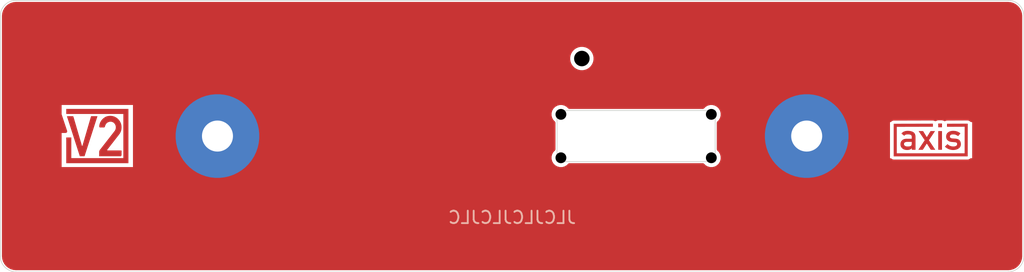
<source format=kicad_pcb>
(kicad_pcb (version 20241229) (generator "pcbnew") (generator_version "9.0")
  (title_block (date "2023-01-09") (rev "1"))
  (layers (0 "F.Cu" signal "Front") (2 "B.Cu" signal "Back") (13 "F.Paste" user) (15 "B.Paste" user) (5 "F.SilkS" user "F.Silkscreen") (7 "B.SilkS" user "B.Silkscreen") (1 "F.Mask" user) (3 "B.Mask" user) (25 "Edge.Cuts" user))
  (property "Order-Number" "JLCJLCJLCJLC")
  (net 0 "")
  (net 1 "GND")
  (footprint "V2_Artwork:Board_axis_Small" (layer "F.Cu") (at 177 106.5)
    (property "Reference" "ICON2" (hide yes))
    (property "Value" "Board_axis" (hide yes))
    (fp_poly (pts (xy 0.725776 -0.817019) (xy 0.482957 -0.817019) (xy 0.482957 -1.060346) (xy 0.725776 -1.060346)) (fill yes) (layer "F.Cu"))
    (fp_poly (pts (xy 0.725776 0.635139) (xy 0.482957 0.635139) (xy 0.482957 -0.571738) (xy 0.725776 -0.571738)) (fill yes) (layer "F.Cu"))
    (fp_poly (pts (xy -0.253336 -0.181163) (xy -0.012577 -0.571738) (xy 0.278063 -0.571738) (xy -0.117291 0.018812) (xy 0.294554 0.635139) (xy 0.005149 0.635139) (xy -0.253336 0.232847) (xy -0.510173 0.635139) (xy -0.800815 0.635139) (xy -0.388144 0.018812) (xy -0.7835 -0.571738) (xy -0.492858 -0.571738)) (fill yes) (layer "F.Cu"))
    (fp_poly (pts (xy 2.38499 1.060346) (xy -2.38821 1.060346) (xy -2.38821 -1.042895) (xy 0.140308 -1.048897) (xy 0.140803 -0.850577) (xy -2.189822 -0.845075) (xy -2.189822 0.861776) (xy 2.18685 0.861776) (xy 2.189575 -0.851327) (xy 1.049277 -0.846576) (xy 1.048533 -1.044895) (xy 2.38821 -1.050397)) (fill yes) (layer "F.Cu"))
    (fp_poly (pts (xy -1.455012 -0.586911) (xy -1.427639 -0.586146) (xy -1.400981 -0.584675) (xy -1.375038 -0.582497) (xy -1.349809 -0.579612) (xy -1.325296 -0.576019) (xy -1.301498 -0.571719) (xy -1.278415 -0.566709) (xy -1.256047 -0.56099) (xy -1.234393 -0.55456) (xy -1.213455 -0.547421) (xy -1.193232 -0.53957) (xy -1.173724 -0.531007) (xy -1.154931 -0.521732) (xy -1.136853 -0.511744) (xy -1.119489 -0.501043) (xy -1.103006 -0.489184) (xy -1.087565 -0.476309) (xy -1.073169 -0.462417) (xy -1.059815 -0.44751) (xy -1.047506 -0.431586) (xy -1.036239 -0.414647) (xy -1.026017 -0.396691) (xy -1.016838 -0.377719) (xy -1.008702 -0.357731) (xy -1.00161 -0.336727) (xy -0.995561 -0.314707) (xy -0.990556 -0.291671) (xy -0.986595 -0.267619) (xy -0.983677 -0.24255) (xy -0.981802 -0.216466) (xy -0.980971 -0.189366) (xy -0.980971 0.635139) (xy -1.224204 0.635139) (xy -1.224204 0.528122) (xy -1.228739 0.528122) (xy -1.233062 0.535684) (xy -1.237685 0.542989) (xy -1.242606 0.55004) (xy -1.247825 0.556836) (xy -1.25334 0.563377) (xy -1.259153 0.569666) (xy -1.265261 0.575701) (xy -1.271665 0.581484) (xy -1.278363 0.587016) (xy -1.285355 0.592296) (xy -1.292641 0.597326) (xy -1.30022 0.602105) (xy -1.308091 0.606635) (xy -1.316254 0.610917) (xy -1.324708 0.61495) (xy -1.333452 0.618735) (xy -1.342326 0.62242) (xy -1.351634 0.625859) (xy -1.361373 0.629052) (xy -1.371541 0.632003) (xy -1.382136 0.63471) (xy -1.393158 0.637176) (xy -1.404603 0.639402) (xy -1.41647 0.641389) (xy -1.441464 0.644649) (xy -1.468125 0.646966) (xy -1.496438 0.64835) (xy -1.526389 0.648809) (xy -1.551303 0.648118) (xy -1.575492 0.646631) (xy -1.598957 0.644347) (xy -1.621697 0.641267) (xy -1.643713 0.63739) (xy -1.665004 0.632717) (xy -1.68557 0.627248) (xy -1.705411 0.620982) (xy -1.724528 0.613919) (xy -1.74292 0.60606) (xy -1.760588 0.597405) (xy -1.77753 0.587954) (xy -1.793749 0.577706) (xy -1.809242 0.566661) (xy -1.824011 0.55482) (xy -1.838055 0.542183) (xy -1.851983 0.529147) (xy -1.865013 0.515672) (xy -1.877144 0.501756) (xy -1.888376 0.487399) (xy -1.89871 0.4726) (xy -1.908145 0.457359) (xy -1.916682 0.441675) (xy -1.92432 0.425548) (xy -1.93106 0.408977) (xy -1.936901 0.391961) (xy -1.941843 0.3745) (xy -1.945887 0.356593) (xy -1.949032 0.33824) (xy -1.951278 0.319441) (xy -1.952626 0.300194) (xy -1.953075 0.280498) (xy -1.952832 0.26878) (xy -1.72386 0.26878) (xy -1.723648 0.276397) (xy -1.72301 0.283867) (xy -1.721947 0.291192) (xy -1.720459 0.298373) (xy -1.718546 0.305409) (xy -1.716208 0.312302) (xy -1.713444 0.319051) (xy -1.710256 0.325658) (xy -1.706642 0.332123) (xy -1.702603 0.338447) (xy -1.698139 0.34463) (xy -1.69325 0.350673) (xy -1.687936 0.356576) (xy -1.682197 0.362341) (xy -1.676032 0.367966) (xy -1.669443 0.373454) (xy -1.662606 0.379203) (xy -1.655239 0.384585) (xy -1.64734 0.3896) (xy -1.638909 0.394247) (xy -1.629947 0.398526) (xy -1.620454 0.402435) (xy -1.61043 0.405975) (xy -1.599874 0.409144) (xy -1.588786 0.411943) (xy -1.577167 0.414371) (xy -1.565017 0.416426) (xy -1.552335 0.418109) (xy -1.539122 0.419419) (xy -1.525378 0.420356) (xy -1.511102 0.420918) (xy -1.496294 0.421106) (xy -1.477554 0.421238) (xy -1.459519 0.421051) (xy -1.44219 0.420545) (xy -1.425566 0.41972) (xy -1.409647 0.418577) (xy -1.394434 0.417116) (xy -1.379926 0.415339) (xy -1.366123 0.413245) (xy -1.353026 0.410835) (xy -1.340634 0.40811) (xy -1.328948 0.40507) (xy -1.317966 0.401716) (xy -1.307691 0.398049) (xy -1.29812 0.394069) (xy -1.289255 0.389776) (xy -1.281095 0.385171) (xy -1.274206 0.379958) (xy -1.267761 0.373985) (xy -1.261761 0.367252) (xy -1.256205 0.35976) (xy -1.251094 0.351507) (xy -1.246427 0.342495) (xy -1.242205 0.332723) (xy -1.238427 0.322191) (xy -1.235093 0.3109) (xy -1.232204 0.298848) (xy -1.22976 0.286037) (xy -1.227759 0.272466) (xy -1.226204 0.258135) (xy -1.225093 0.243045) (xy -1.224426 0.227195) (xy -1.224204 0.210585) (xy -1.224204 0.123487) (xy -1.514845 0.123487) (xy -1.540445 0.124604) (xy -1.552619 0.12556) (xy -1.564374 0.126782) (xy -1.575712 0.12827) (xy -1.586631 0.130023) (xy -1.597133 0.132041) (xy -1.607217 0.134325) (xy -1.616883 0.136874) (xy -1.626131 0.139689) (xy -1.634961 0.142769) (xy -1.643373 0.146115) (xy -1.651367 0.149727) (xy -1.658944 0.153603) (xy -1.666102 0.157746) (xy -1.672843 0.162153) (xy -1.679166 0.166826) (xy -1.685071 0.171765) (xy -1.690558 0.176969) (xy -1.695627 0.182439) (xy -1.700278 0.188174) (xy -1.704511 0.194174) (xy -1.708327 0.20044) (xy -1.711724 0.206972) (xy -1.714704 0.213769) (xy -1.717266 0.220831) (xy -1.71941 0.228159) (xy -1.721136 0.235752) (xy -1.722444 0.243611) (xy -1.723334 0.251735) (xy -1.723806 0.260125) (xy -1.72386 0.26878) (xy -1.952832 0.26878) (xy -1.952684 0.261659) (xy -1.95151 0.243224) (xy -1.949554 0.225194) (xy -1.946814 0.20757) (xy -1.943292 0.190354) (xy -1.938988 0.173546) (xy -1.933901 0.157147) (xy -1.928031 0.14116) (xy -1.921378 0.125584) (xy -1.913943 0.110422) (xy -1.905725 0.095674) (xy -1.896725 0.081341) (xy -1.886942 0.067424) (xy -1.876376 0.053926) (xy -1.865028 0.040846) (xy -1.852897 0.028186) (xy -1.840085 0.015764) (xy -1.826539 0.004128) (xy -1.81226 -0.006721) (xy -1.797248 -0.016785) (xy -1.781505 -0.026064) (xy -1.76503 -0.034558) (xy -1.747825 -0.042269) (xy -1.729889 -0.049197) (xy -1.711224 -0.055341) (xy -1.69183 -0.060704) (xy -1.671708 -0.065285) (xy -1.650858 -0.069085) (xy -1.629281 -0.072105) (xy -1.606977 -0.074345) (xy -1.583948 -0.075806) (xy -1.560193 -0.076488) (xy -1.224204 -0.076488) (xy -1.224204 -0.203425) (xy -1.224295 -0.213225) (xy -1.22488 -0.222704) (xy -1.225957 -0.231862) (xy -1.227527 -0.240701) (xy -1.22959 -0.249219) (xy -1.232146 -0.257416) (xy -1.235194 -0.265293) (xy -1.238736 -0.27285) (xy -1.24277 -0.280086) (xy -1.247296 -0.287002) (xy -1.252316 -0.293598) (xy -1.257828 -0.299873) (xy -1.263833 -0.305828) (xy -1.270331 -0.311462) (xy -1.277322 -0.316776) (xy -1.284805 -0.32177) (xy -1.292781 -0.326443) (xy -1.30125 -0.330796) (xy -1.319667 -0.33854) (xy -1.340054 -0.345003) (xy -1.362413 -0.350184) (xy -1.386742 -0.354084) (xy -1.413043 -0.356702) (xy -1.441315 -0.358038) (xy -1.471558 -0.358093) (xy -1.493684 -0.3578) (xy -1.514607 -0.356921) (xy -1.524616 -0.356262) (xy -1.534322 -0.355457) (xy -1.543725 -0.354505) (xy -1.552824 -0.353406) (xy -1.561619 -0.352161) (xy -1.570109 -0.35077) (xy -1.578294 -0.349232) (xy -1.586172 -0.347547) (xy -1.593743 -0.345716) (xy -1.601007 -0.343739) (xy -1.607964 -0.341615) (xy -1.614611 -0.339345) (xy -1.621394 -0.336448) (xy -1.627985 -0.33332) (xy -1.634386 -0.329961) (xy -1.640596 -0.32637) (xy -1.646619 -0.322546) (xy -1.652454 -0.318487) (xy -1.658103 -0.314192) (xy -1.663567 -0.309661) (xy -1.668848 -0.304891) (xy -1.673946 -0.299883) (xy -1.678863 -0.294634) (xy -1.6836 -0.289143) (xy -1.688159 -0.28341) (xy -1.69254 -0.277434) (xy -1.696744 -0.271212) (xy -1.700773 -0.264744) (xy -1.891237 -0.41043) (xy -1.873483 -0.432335) (xy -1.854694 -0.452794) (xy -1.834872 -0.471806) (xy -1.814016 -0.489369) (xy -1.792126 -0.505483) (xy -1.769202 -0.520149) (xy -1.745244 -0.533364) (xy -1.720252 -0.54513) (xy -1.694227 -0.555444) (xy -1.667168 -0.564307) (xy -1.639074 -0.571717) (xy -1.609947 -0.577675) (xy -1.579786 -0.58218) (xy -1.548592 -0.585231) (xy -1.516363 -0.586828) (xy -1.483101 -0.58697)) (fill yes) (layer "F.Cu"))
    (fp_poly (pts (xy 1.46288 -0.586805) (xy 1.48294 -0.586311) (xy 1.502458 -0.585487) (xy 1.521434 -0.584334) (xy 1.53987 -0.582851) (xy 1.557764 -0.581038) (xy 1.575118 -0.578896) (xy 1.59193 -0.576424) (xy 1.608473 -0.573365) (xy 1.624717 -0.57004) (xy 1.640671 -0.566441) (xy 1.656345 -0.562558) (xy 1.671749 -0.558383) (xy 1.686891 -0.553905) (xy 1.701782 -0.549116) (xy 1.716432 -0.544006) (xy 1.730327 -0.538175) (xy 1.744029 -0.532105) (xy 1.757541 -0.525796) (xy 1.770863 -0.519247) (xy 1.783997 -0.512458) (xy 1.796943 -0.505428) (xy 1.809704 -0.498157) (xy 1.822279 -0.490644) (xy 1.834671 -0.482888) (xy 1.846881 -0.474889) (xy 1.85891 -0.466646) (xy 1.870758 -0.458159) (xy 1.882428 -0.449427) (xy 1.893921 -0.44045) (xy 1.905237 -0.431226) (xy 1.916378 -0.421756) (xy 1.766314 -0.246389) (xy 1.748846 -0.258581) (xy 1.731079 -0.27025) (xy 1.713022 -0.281389) (xy 1.694685 -0.291988) (xy 1.676077 -0.302038) (xy 1.657209 -0.311529) (xy 1.638089 -0.320453) (xy 1.618728 -0.3288) (xy 1.609051 -0.332347) (xy 1.599191 -0.335665) (xy 1.589149 -0.338755) (xy 1.578925 -0.341615) (xy 1.56852 -0.344247) (xy 1.557934 -0.34665) (xy 1.547169 -0.348824) (xy 1.536224 -0.35077) (xy 1.5251 -0.352486) (xy 1.513798 -0.353974) (xy 1.490663 -0.356262) (xy 1.466821 -0.357635) (xy 1.44228 -0.358093) (xy 1.42825 -0.357933) (xy 1.414762 -0.357452) (xy 1.401814 -0.356651) (xy 1.389408 -0.35553) (xy 1.377542 -0.354088) (xy 1.366218 -0.352326) (xy 1.355435 -0.350243) (xy 1.345193 -0.347841) (xy 1.335492 -0.345117) (xy 1.326332 -0.342074) (xy 1.317714 -0.338709) (xy 1.309636 -0.335025) (xy 1.302099 -0.33102) (xy 1.295104 -0.326695) (xy 1.288649 -0.322049) (xy 1.282736 -0.317083) (xy 1.276972 -0.311938) (xy 1.271585 -0.30661) (xy 1.266573 -0.301097) (xy 1.261936 -0.2954) (xy 1.257674 -0.289517) (xy 1.253786 -0.283449) (xy 1.25027 -0.277193) (xy 1.247128 -0.270751) (xy 1.244357 -0.264121) (xy 1.241958 -0.257303) (xy 1.239929 -0.250296) (xy 1.238271 -0.243099) (xy 1.236982 -0.235713) (xy 1.236062 -0.228136) (xy 1.235511 -0.220368) (xy 1.235327 -0.212408) (xy 1.235177 -0.207392) (xy 1.235346 -0.20245) (xy 1.235834 -0.197583) (xy 1.236641 -0.192794) (xy 1.237766 -0.188082) (xy 1.239211 -0.183449) (xy 1.240974 -0.178896) (xy 1.243056 -0.174425) (xy 1.245458 -0.170035) (xy 1.248177 -0.16573) (xy 1.251216 -0.161509) (xy 1.254574 -0.157374) (xy 1.25825 -0.153325) (xy 1.262246 -0.149365) (xy 1.26656 -0.145495) (xy 1.271193 -0.141714) (xy 1.275734 -0.137567) (xy 1.2807 -0.133621) (xy 1.286089 -0.129873) (xy 1.291902 -0.126323) (xy 1.298138 -0.12297) (xy 1.304796 -0.119813) (xy 1.311875 -0.11685) (xy 1.319376 -0.114081) (xy 1.327296 -0.111504) (xy 1.335637 -0.109118) (xy 1.344396 -0.106922) (xy 1.353574 -0.104915) (xy 1.36317 -0.103095) (xy 1.373183 -0.101462) (xy 1.383612 -0.100014) (xy 1.394458 -0.098751) (xy 1.594403 -0.08352) (xy 1.617569 -0.081428) (xy 1.639913 -0.078667) (xy 1.661435 -0.075237) (xy 1.682137 -0.071136) (xy 1.702017 -0.066366) (xy 1.721076 -0.060924) (xy 1.739313 -0.054811) (xy 1.75673 -0.048025) (xy 1.773325 -0.040566) (xy 1.789098 -0.032435) (xy 1.804051 -0.023629) (xy 1.818182 -0.014148) (xy 1.831492 -0.003993) (xy 1.84398 0.006838) (xy 1.855647 0.018346) (xy 1.866493 0.03053) (xy 1.875928 0.042897) (xy 1.884755 0.055684) (xy 1.892973 0.068889) (xy 1.900582 0.082513) (xy 1.907582 0.096553) (xy 1.913974 0.111008) (xy 1.919757 0.125877) (xy 1.924931 0.14116) (xy 1.929497 0.156854) (xy 1.933454 0.17296) (xy 1.936802 0.189475) (xy 1.939541 0.206398) (xy 1.941672 0.223729) (xy 1.943194 0.241466) (xy 1.944107 0.259609) (xy 1.944411 0.278155) (xy 1.943566 0.299744) (xy 1.941646 0.320719) (xy 1.938651 0.341077) (xy 1.934581 0.360816) (xy 1.929433 0.379935) (xy 1.923206 0.398432) (xy 1.919688 0.407447) (xy 1.9159 0.416306) (xy 1.911842 0.425008) (xy 1.907513 0.433554) (xy 1.902914 0.441943) (xy 1.898044 0.450175) (xy 1.892903 0.45825) (xy 1.887491 0.466168) (xy 1.881808 0.473928) (xy 1.875854 0.48153) (xy 1.869628 0.488974) (xy 1.863131 0.49626) (xy 1.849321 0.510356) (xy 1.834423 0.523816) (xy 1.818436 0.536639) (xy 1.801357 0.548823) (xy 1.783588 0.560678) (xy 1.765219 0.571783) (xy 1.746248 0.582138) (xy 1.726674 0.591744) (xy 1.706496 0.600602) (xy 1.685714 0.608712) (xy 1.664325 0.616074) (xy 1.642329 0.622691) (xy 1.619723 0.628561) (xy 1.596508 0.633685) (xy 1.572682 0.638065) (xy 1.548244 0.6417) (xy 1.523192 0.644592) (xy 1.497525 0.64674) (xy 1.471242 0.648145) (xy 1.444342 0.648809) (xy 1.407698 0.647967) (xy 1.371508 0.64544) (xy 1.335774 0.641227) (xy 1.300496 0.635328) (xy 1.265674 0.627743) (xy 1.23131 0.61847) (xy 1.197403 0.60751) (xy 1.163955 0.594861) (xy 1.130965 0.580524) (xy 1.098435 0.564497) (xy 1.066366 0.546779) (xy 1.034757 0.527372) (xy 1.003609 0.506272) (xy 0.972923 0.483481) (xy 0.9427 0.458998) (xy 0.912941 0.432822) (xy 1.082793 0.266438) (xy 1.1016 0.285167) (xy 1.121075 0.302688) (xy 1.141218 0.319001) (xy 1.162029 0.334105) (xy 1.183509 0.348001) (xy 1.20566 0.360688) (xy 1.22848 0.372168) (xy 1.251972 0.382439) (xy 1.276135 0.391501) (xy 1.30097 0.399355) (xy 1.326478 0.406001) (xy 1.352659 0.411439) (xy 1.379514 0.415668) (xy 1.407044 0.418689) (xy 1.435249 0.420502) (xy 1.46413 0.421106) (xy 1.477049 0.420946) (xy 1.489676 0.420466) (xy 1.502011 0.419667) (xy 1.514052 0.418549) (xy 1.525799 0.417113) (xy 1.537249 0.415359) (xy 1.548403 0.413289) (xy 1.559258 0.410902) (xy 1.569814 0.408199) (xy 1.580069 0.405181) (xy 1.590023 0.401849) (xy 1.599673 0.398202) (xy 1.609019 0.394242) (xy 1.618059 0.389968) (xy 1.626792 0.385383) (xy 1.635218 0.380485) (xy 1.643232 0.375235) (xy 1.650734 0.369737) (xy 1.657723 0.363991) (xy 1.664198 0.357996) (xy 1.670158 0.351752) (xy 1.675603 0.345258) (xy 1.680533 0.338513) (xy 1.684946 0.331517) (xy 1.688842 0.324269) (xy 1.692221 0.316769) (xy 1.695081 0.309016) (xy 1.697423 0.30101) (xy 1.699245 0.292749) (xy 1.700548 0.284234) (xy 1.70133 0.275464) (xy 1.701591 0.266438) (xy 1.701436 0.258464) (xy 1.700972 0.250802) (xy 1.700199 0.243449) (xy 1.699117 0.236406) (xy 1.697726 0.229672) (xy 1.696025 0.223246) (xy 1.695059 0.220148) (xy 1.694015 0.217128) (xy 1.692894 0.214184) (xy 1.691696 0.211317) (xy 1.690421 0.208527) (xy 1.689068 0.205813) (xy 1.687638 0.203176) (xy 1.686131 0.200615) (xy 1.684546 0.198131) (xy 1.682884 0.195722) (xy 1.681145 0.193391) (xy 1.679328 0.191135) (xy 1.677435 0.188955) (xy 1.675464 0.186852) (xy 1.673415 0.184824) (xy 1.671289 0.182873) (xy 1.669086 0.180997) (xy 1.666806 0.179197) (xy 1.664449 0.177472) (xy 1.662014 0.175823) (xy 1.656806 0.172551) (xy 1.651386 0.16947) (xy 1.645754 0.166582) (xy 1.639913 0.163886) (xy 1.63386 0.161383) (xy 1.627599 0.159071) (xy 1.621128 0.156952) (xy 1.614449 0.155025) (xy 1.607563 0.153291) (xy 1.600469 0.151748) (xy 1.593169 0.150398) (xy 1.585662 0.14924) (xy 1.577951 0.148274) (xy 1.570035 0.147501) (xy 1.561914 0.146919) (xy 1.55359 0.14653) (xy 1.339627 0.128174) (xy 1.320834 0.126128) (xy 1.302486 0.123505) (xy 1.284582 0.120303) (xy 1.267122 0.116524) (xy 1.250107 0.112165) (xy 1.233536 0.107227) (xy 1.21741 0.101709) (xy 1.201728 0.09561) (xy 1.186491 0.088929) (xy 1.171698 0.081667) (xy 1.157349 0.073822) (xy 1.143445 0.065395) (xy 1.129986 0.056384) (xy 1.116971 0.046788) (xy 1.1044 0.036608) (xy 1.092274 0.025843) (xy 1.080433 0.014812) (xy 1.069336 0.00325) (xy 1.058982 -0.008845) (xy 1.049373 -0.021472) (xy 1.040508 -0.034632) (xy 1.032387 -0.048326) (xy 1.025009 -0.062555) (xy 1.018376 -0.077318) (xy 1.012487 -0.092617) (xy 1.007342 -0.108452) (xy 1.002941 -0.124824) (xy 0.999284 -0.141732) (xy 0.996371 -0.159179) (xy 0.994201 -0.177164) (xy 0.992776 -0.195688) (xy 0.992095 -0.214752) (xy 0.992897 -0.237674) (xy 0.994685 -0.259864) (xy 0.99746 -0.281323) (xy 1.001223 -0.302051) (xy 1.005973 -0.32205) (xy 1.011712 -0.341319) (xy 1.01844 -0.359859) (xy 1.026158 -0.37767) (xy 1.034866 -0.394754) (xy 1.044565 -0.411111) (xy 1.055256 -0.426741) (xy 1.066939 -0.441646) (xy 1.079615 -0.455824) (xy 1.093285 -0.469278) (xy 1.107948 -0.482007) (xy 1.123606 -0.494013) (xy 1.139558 -0.505291) (xy 1.156034 -0.515837) (xy 1.173034 -0.525652) (xy 1.190559 -0.534737) (xy 1.20861 -0.543091) (xy 1.22719 -0.550716) (xy 1.246298 -0.557612) (xy 1.265937 -0.56378) (xy 1.286107 -0.56922) (xy 1.30681 -0.573932) (xy 1.328047 -0.577919) (xy 1.349818 -0.581179) (xy 1.372126 -0.583713) (xy 1.394972 -0.585523) (xy 1.418356 -0.586609) (xy 1.44228 -0.58697)) (fill yes) (layer "F.Cu"))
    (zone (net 0) (net_name "") (layer "F.Cu") (connect_pads (clearance 0)) (min_thickness 0.254)
      (keepout (tracks not_allowed) (vias not_allowed) (pads not_allowed) (copperpour not_allowed) (footprints not_allowed))
      (fill (thermal_gap 0.508) (thermal_bridge_width 0.508))
      (polygon (pts (xy 179.671621 107.679278) (xy 174.372096 107.679278) (xy 174.372096 105.351875) (xy 179.671621 105.351875)))
    )
  )
  (footprint "V2_Artwork:Logo_Small" (layer "F.Cu") (at 123.25 106.25)
    (property "Reference" "ICON1" (hide yes))
    (property "Value" "V2-logo" (hide yes))
    (fp_poly (pts (xy 2.006758 1.750057) (xy -2.003742 1.750057) (xy -2.003742 0.089057) (xy -1.676242 0.089057) (xy -1.676242 1.422557) (xy 1.679258 1.422557) (xy 1.679258 -1.424943) (xy -2.003742 -1.424943) (xy -2.003742 -1.752443) (xy 2.006758 -1.752443)) (fill yes) (layer "F.Cu"))
    (fp_poly (pts (xy -1.520919 -1.190765) (xy -0.987877 0.632379) (xy -0.96229 0.63477) (xy -0.429473 -1.187605) (xy -0.397658 -1.28383) (xy -0.093581 -1.28383) (xy 0.011405 -1.282303) (xy -0.821464 1.300873) (xy -0.922973 1.304044) (xy -1.126979 1.304044) (xy -1.959811 -1.279026) (xy -1.859182 -1.28383) (xy -1.55515 -1.28383)) (fill yes) (layer "F.Cu"))
    (fp_poly (pts (xy 0.959179 -1.296323) (xy 1.057102 -1.27333) (xy 1.15069 -1.236367) (xy 1.237701 -1.18584) (xy 1.316459 -1.12329) (xy 1.386544 -1.051192) (xy 1.4473 -0.971068) (xy 1.496526 -0.883341) (xy 1.532676 -0.789459) (xy 1.555226 -0.691443) (xy 1.564714 -0.591354) (xy 1.562302 -0.490861) (xy 1.547686 -0.391375) (xy 1.519699 -0.294757) (xy 1.477977 -0.203204) (xy 1.423428 -0.118825) (xy 0.62811 0.902367) (xy 0.666211 0.926016) (xy 1.464718 0.926016) (xy 1.565211 0.930611) (xy 1.565211 1.236646) (xy 1.526846 1.304028) (xy 0.119258 1.304044) (xy 0.119258 0.998218) (xy 0.152529 0.907926) (xy 1.075862 -0.274673) (xy 1.135011 -0.354575) (xy 1.177602 -0.443372) (xy 1.194922 -0.540328) (xy 1.188525 -0.63852) (xy 1.156173 -0.731429) (xy 1.102154 -0.813814) (xy 1.029408 -0.879553) (xy 0.93915 -0.917434) (xy 0.841313 -0.926822) (xy 0.744269 -0.911115) (xy 0.655699 -0.868697) (xy 0.582012 -0.803671) (xy 0.529159 -0.720807) (xy 0.499075 -0.625849) (xy 0.458111 -0.553721) (xy 0.151905 -0.553721) (xy 0.122138 -0.626978) (xy 0.136522 -0.727544) (xy 0.163539 -0.824426) (xy 0.203793 -0.916615) (xy 0.256664 -1.002191) (xy 0.320597 -1.07979) (xy 0.393413 -1.149125) (xy 0.474729 -1.208346) (xy 0.563921 -1.254958) (xy 0.65936 -1.286951) (xy 0.758577 -1.303726) (xy 0.859118 -1.306199)) (fill yes) (layer "F.Cu"))
    (zone (net 0) (net_name "") (layer "F.Cu") (connect_pads (clearance 0)) (min_thickness 0.254)
      (keepout (tracks not_allowed) (vias not_allowed) (pads not_allowed) (copperpour not_allowed) (footprints allowed))
      (fill (thermal_gap 0.508) (thermal_bridge_width 0.508))
      (polygon (pts (xy 120.95 108.25) (xy 125.55 108.25) (xy 125.55 104.245) (xy 120.95 104.245) (xy 120.95 104.85) (xy 121.35 106.05) (xy 120.95 106.05)))
    )
  )
  (footprint "V2_Mechanical:MountingHole_2mm_Pad_5.2mm" (layer "F.Cu") (at 169 106.25)
    (property "Reference" "H2" (hide yes))
    (property "Value" "MountingHole_2mm_Pad_5.2mm" (hide yes))
    (pad "1" thru_hole custom (at 0 0) (size 5.4 5.4) (drill 2) (layers "*.Cu" "*.Mask") (net 1 "GND") (options (clearance outline) (anchor circle)) (primitives (gr_bbox (start -0.75 -0.75) (end 0.75 0.75) (fill no))))
  )
  (footprint "V2_Mechanical:MountingHole_1mm" (layer "F.Cu") (at 154.5 101.25)
    (property "Reference" "H1" (hide yes))
    (property "Value" "MountingHole_1mm" (hide yes))
    (pad "" np_thru_hole circle (at 0 0) (size 1 1) (drill 1) (layers "*.Mask"))
  )
  (footprint "V2_PCB_Devices:PCB_Button-top" (layer "F.Cu") (at 158 106.25 90)
    (property "Reference" "SWT1" (hide yes))
    (property "Value" "Button-top" (hide yes))
    (fp_line (start 1.65 -5.1) (end 1.65 5.1) (stroke (width 0.05)) (layer "Edge.Cuts"))
    (fp_line (start -1.65 -5.1) (end 1.65 -5.1) (stroke (width 0.05)) (layer "Edge.Cuts"))
    (fp_line (start 1.65 5.1) (end -1.65 5.1) (stroke (width 0.05)) (layer "Edge.Cuts"))
    (fp_line (start -1.65 5.1) (end -1.65 -5.1) (stroke (width 0.05)) (layer "Edge.Cuts"))
    (pad "" np_thru_hole circle (at -1.4 -4.85 90) (size 0.7 0.7) (drill 0.7) (layers "*.Mask"))
    (pad "" np_thru_hole circle (at -1.4 4.85 90) (size 0.7 0.7) (drill 0.7) (layers "*.Mask"))
    (pad "" np_thru_hole circle (at 1.4 -4.85 90) (size 0.7 0.7) (drill 0.7) (layers "*.Mask"))
    (pad "" np_thru_hole circle (at 1.4 4.85 90) (size 0.7 0.7) (drill 0.7) (layers "*.Mask"))
  )
  (footprint "V2_Mechanical:MountingHole_2mm_Pad_5.2mm" (layer "F.Cu") (at 131 106.25)
    (property "Reference" "H3" (hide yes))
    (property "Value" "MountingHole_2mm_Pad_5.2mm" (hide yes))
    (pad "1" thru_hole custom (at 0 0) (size 5.4 5.4) (drill 2) (layers "*.Cu" "*.Mask") (net 1 "GND") (options (clearance outline) (anchor circle)) (primitives (gr_bbox (start -0.75 -0.75) (end 0.75 0.75) (fill no))))
  )
  (footprint "V2_Production:Order_Number" (layer "B.Cu") (at 150 111.5 180)
    (property "Reference" "INFO1" (hide yes))
    (property "Value" "ORDER-NUMBER" (hide yes))
    (fp_text user "${Order-Number}" (at 0 0 0) (layer "B.SilkS") (effects (font (size 0.8 0.8) (thickness 0.12)) (justify mirror)))
  )
  (gr_line (start 117 98.5) (end 117 114) (stroke (width 0.05)) (layer "Edge.Cuts"))
  (gr_line (start 118 97.5) (end 182 97.5) (stroke (width 0.05)) (layer "Edge.Cuts"))
  (gr_line (start 183 98.5) (end 183 114) (stroke (width 0.05)) (layer "Edge.Cuts"))
  (gr_arc (start 118 115) (mid 117.292893 114.707107) (end 117 114) (stroke (width 0.05)) (layer "Edge.Cuts"))
  (gr_arc (start 183 114) (mid 182.707107 114.707107) (end 182 115) (stroke (width 0.05)) (layer "Edge.Cuts"))
  (gr_arc (start 117 98.5) (mid 117.292891 97.792889) (end 118 97.5) (stroke (width 0.05)) (layer "Edge.Cuts"))
  (gr_arc (start 182 97.5) (mid 182.707107 97.792893) (end 183 98.5) (stroke (width 0.05)) (layer "Edge.Cuts"))
  (gr_line (start 118 115) (end 182 115) (stroke (width 0.05)) (layer "Edge.Cuts"))
  (zone (net 1) (net_name "GND") (layer "F.Cu") (priority 1) (connect_pads yes (clearance 0.2)) (min_thickness 0.2) (fill yes (thermal_gap 0.508) (thermal_bridge_width 0.508))
    (polygon (pts (xy 183.005454 115) (xy 117 115) (xy 117 97.5) (xy 183.005454 97.5)))
  )
)
</source>
